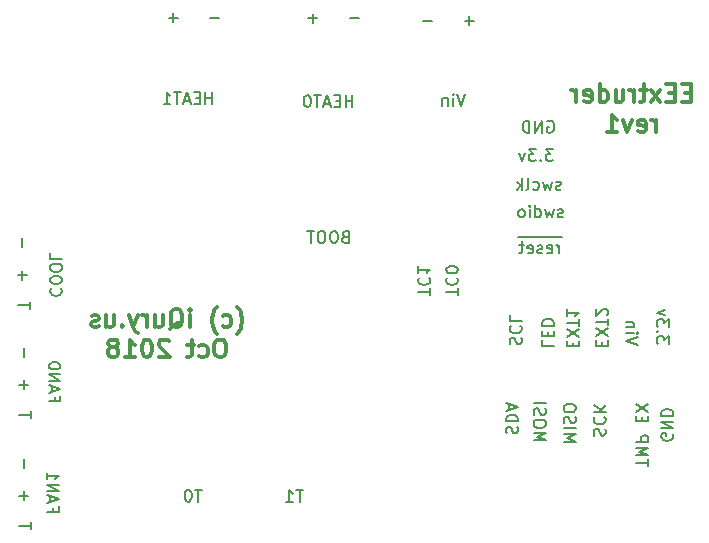
<source format=gbo>
G04 #@! TF.GenerationSoftware,KiCad,Pcbnew,6.0.0-rc1-unknown-6a5744a~66~ubuntu18.04.1*
G04 #@! TF.CreationDate,2018-10-14T16:50:05-07:00*
G04 #@! TF.ProjectId,EExtruder,4545787472756465722E6B696361645F,rev?*
G04 #@! TF.SameCoordinates,Original*
G04 #@! TF.FileFunction,Legend,Bot*
G04 #@! TF.FilePolarity,Positive*
%FSLAX46Y46*%
G04 Gerber Fmt 4.6, Leading zero omitted, Abs format (unit mm)*
G04 Created by KiCad (PCBNEW 6.0.0-rc1-unknown-6a5744a~66~ubuntu18.04.1) date Sun 14 Oct 2018 04:50:05 PM PDT*
%MOMM*%
%LPD*%
G01*
G04 APERTURE LIST*
%ADD10C,0.300000*%
%ADD11C,0.150000*%
%ADD12R,2.502000X2.502000*%
%ADD13C,2.502000*%
%ADD14O,1.802000X1.802000*%
%ADD15R,1.802000X1.802000*%
%ADD16C,3.302000*%
%ADD17O,1.829200X1.829200*%
%ADD18R,1.829200X1.829200*%
%ADD19C,1.602000*%
G04 APERTURE END LIST*
D10*
X150708571Y-111735000D02*
X150780000Y-111663571D01*
X150922857Y-111449285D01*
X150994285Y-111306428D01*
X151065714Y-111092142D01*
X151137142Y-110735000D01*
X151137142Y-110449285D01*
X151065714Y-110092142D01*
X150994285Y-109877857D01*
X150922857Y-109735000D01*
X150780000Y-109520714D01*
X150708571Y-109449285D01*
X149494285Y-111092142D02*
X149637142Y-111163571D01*
X149922857Y-111163571D01*
X150065714Y-111092142D01*
X150137142Y-111020714D01*
X150208571Y-110877857D01*
X150208571Y-110449285D01*
X150137142Y-110306428D01*
X150065714Y-110235000D01*
X149922857Y-110163571D01*
X149637142Y-110163571D01*
X149494285Y-110235000D01*
X148994285Y-111735000D02*
X148922857Y-111663571D01*
X148780000Y-111449285D01*
X148708571Y-111306428D01*
X148637142Y-111092142D01*
X148565714Y-110735000D01*
X148565714Y-110449285D01*
X148637142Y-110092142D01*
X148708571Y-109877857D01*
X148780000Y-109735000D01*
X148922857Y-109520714D01*
X148994285Y-109449285D01*
X146708571Y-111163571D02*
X146708571Y-110163571D01*
X146708571Y-109663571D02*
X146780000Y-109735000D01*
X146708571Y-109806428D01*
X146637142Y-109735000D01*
X146708571Y-109663571D01*
X146708571Y-109806428D01*
X144994285Y-111306428D02*
X145137142Y-111235000D01*
X145280000Y-111092142D01*
X145494285Y-110877857D01*
X145637142Y-110806428D01*
X145780000Y-110806428D01*
X145708571Y-111163571D02*
X145851428Y-111092142D01*
X145994285Y-110949285D01*
X146065714Y-110663571D01*
X146065714Y-110163571D01*
X145994285Y-109877857D01*
X145851428Y-109735000D01*
X145708571Y-109663571D01*
X145422857Y-109663571D01*
X145280000Y-109735000D01*
X145137142Y-109877857D01*
X145065714Y-110163571D01*
X145065714Y-110663571D01*
X145137142Y-110949285D01*
X145280000Y-111092142D01*
X145422857Y-111163571D01*
X145708571Y-111163571D01*
X143780000Y-110163571D02*
X143780000Y-111163571D01*
X144422857Y-110163571D02*
X144422857Y-110949285D01*
X144351428Y-111092142D01*
X144208571Y-111163571D01*
X143994285Y-111163571D01*
X143851428Y-111092142D01*
X143780000Y-111020714D01*
X143065714Y-111163571D02*
X143065714Y-110163571D01*
X143065714Y-110449285D02*
X142994285Y-110306428D01*
X142922857Y-110235000D01*
X142780000Y-110163571D01*
X142637142Y-110163571D01*
X142280000Y-110163571D02*
X141922857Y-111163571D01*
X141565714Y-110163571D02*
X141922857Y-111163571D01*
X142065714Y-111520714D01*
X142137142Y-111592142D01*
X142280000Y-111663571D01*
X140994285Y-111020714D02*
X140922857Y-111092142D01*
X140994285Y-111163571D01*
X141065714Y-111092142D01*
X140994285Y-111020714D01*
X140994285Y-111163571D01*
X139637142Y-110163571D02*
X139637142Y-111163571D01*
X140280000Y-110163571D02*
X140280000Y-110949285D01*
X140208571Y-111092142D01*
X140065714Y-111163571D01*
X139851428Y-111163571D01*
X139708571Y-111092142D01*
X139637142Y-111020714D01*
X138994285Y-111092142D02*
X138851428Y-111163571D01*
X138565714Y-111163571D01*
X138422857Y-111092142D01*
X138351428Y-110949285D01*
X138351428Y-110877857D01*
X138422857Y-110735000D01*
X138565714Y-110663571D01*
X138780000Y-110663571D01*
X138922857Y-110592142D01*
X138994285Y-110449285D01*
X138994285Y-110377857D01*
X138922857Y-110235000D01*
X138780000Y-110163571D01*
X138565714Y-110163571D01*
X138422857Y-110235000D01*
X149422857Y-112213571D02*
X149137142Y-112213571D01*
X148994285Y-112285000D01*
X148851428Y-112427857D01*
X148780000Y-112713571D01*
X148780000Y-113213571D01*
X148851428Y-113499285D01*
X148994285Y-113642142D01*
X149137142Y-113713571D01*
X149422857Y-113713571D01*
X149565714Y-113642142D01*
X149708571Y-113499285D01*
X149780000Y-113213571D01*
X149780000Y-112713571D01*
X149708571Y-112427857D01*
X149565714Y-112285000D01*
X149422857Y-112213571D01*
X147494285Y-113642142D02*
X147637142Y-113713571D01*
X147922857Y-113713571D01*
X148065714Y-113642142D01*
X148137142Y-113570714D01*
X148208571Y-113427857D01*
X148208571Y-112999285D01*
X148137142Y-112856428D01*
X148065714Y-112785000D01*
X147922857Y-112713571D01*
X147637142Y-112713571D01*
X147494285Y-112785000D01*
X147065714Y-112713571D02*
X146494285Y-112713571D01*
X146851428Y-112213571D02*
X146851428Y-113499285D01*
X146780000Y-113642142D01*
X146637142Y-113713571D01*
X146494285Y-113713571D01*
X144922857Y-112356428D02*
X144851428Y-112285000D01*
X144708571Y-112213571D01*
X144351428Y-112213571D01*
X144208571Y-112285000D01*
X144137142Y-112356428D01*
X144065714Y-112499285D01*
X144065714Y-112642142D01*
X144137142Y-112856428D01*
X144994285Y-113713571D01*
X144065714Y-113713571D01*
X143137142Y-112213571D02*
X142994285Y-112213571D01*
X142851428Y-112285000D01*
X142780000Y-112356428D01*
X142708571Y-112499285D01*
X142637142Y-112785000D01*
X142637142Y-113142142D01*
X142708571Y-113427857D01*
X142780000Y-113570714D01*
X142851428Y-113642142D01*
X142994285Y-113713571D01*
X143137142Y-113713571D01*
X143280000Y-113642142D01*
X143351428Y-113570714D01*
X143422857Y-113427857D01*
X143494285Y-113142142D01*
X143494285Y-112785000D01*
X143422857Y-112499285D01*
X143351428Y-112356428D01*
X143280000Y-112285000D01*
X143137142Y-112213571D01*
X141208571Y-113713571D02*
X142065714Y-113713571D01*
X141637142Y-113713571D02*
X141637142Y-112213571D01*
X141780000Y-112427857D01*
X141922857Y-112570714D01*
X142065714Y-112642142D01*
X140351428Y-112856428D02*
X140494285Y-112785000D01*
X140565714Y-112713571D01*
X140637142Y-112570714D01*
X140637142Y-112499285D01*
X140565714Y-112356428D01*
X140494285Y-112285000D01*
X140351428Y-112213571D01*
X140065714Y-112213571D01*
X139922857Y-112285000D01*
X139851428Y-112356428D01*
X139780000Y-112499285D01*
X139780000Y-112570714D01*
X139851428Y-112713571D01*
X139922857Y-112785000D01*
X140065714Y-112856428D01*
X140351428Y-112856428D01*
X140494285Y-112927857D01*
X140565714Y-112999285D01*
X140637142Y-113142142D01*
X140637142Y-113427857D01*
X140565714Y-113570714D01*
X140494285Y-113642142D01*
X140351428Y-113713571D01*
X140065714Y-113713571D01*
X139922857Y-113642142D01*
X139851428Y-113570714D01*
X139780000Y-113427857D01*
X139780000Y-113142142D01*
X139851428Y-112999285D01*
X139922857Y-112927857D01*
X140065714Y-112856428D01*
X189114285Y-91327857D02*
X188614285Y-91327857D01*
X188400000Y-92113571D02*
X189114285Y-92113571D01*
X189114285Y-90613571D01*
X188400000Y-90613571D01*
X187757142Y-91327857D02*
X187257142Y-91327857D01*
X187042857Y-92113571D02*
X187757142Y-92113571D01*
X187757142Y-90613571D01*
X187042857Y-90613571D01*
X186542857Y-92113571D02*
X185757142Y-91113571D01*
X186542857Y-91113571D02*
X185757142Y-92113571D01*
X185400000Y-91113571D02*
X184828571Y-91113571D01*
X185185714Y-90613571D02*
X185185714Y-91899285D01*
X185114285Y-92042142D01*
X184971428Y-92113571D01*
X184828571Y-92113571D01*
X184328571Y-92113571D02*
X184328571Y-91113571D01*
X184328571Y-91399285D02*
X184257142Y-91256428D01*
X184185714Y-91185000D01*
X184042857Y-91113571D01*
X183900000Y-91113571D01*
X182757142Y-91113571D02*
X182757142Y-92113571D01*
X183400000Y-91113571D02*
X183400000Y-91899285D01*
X183328571Y-92042142D01*
X183185714Y-92113571D01*
X182971428Y-92113571D01*
X182828571Y-92042142D01*
X182757142Y-91970714D01*
X181400000Y-92113571D02*
X181400000Y-90613571D01*
X181400000Y-92042142D02*
X181542857Y-92113571D01*
X181828571Y-92113571D01*
X181971428Y-92042142D01*
X182042857Y-91970714D01*
X182114285Y-91827857D01*
X182114285Y-91399285D01*
X182042857Y-91256428D01*
X181971428Y-91185000D01*
X181828571Y-91113571D01*
X181542857Y-91113571D01*
X181400000Y-91185000D01*
X180114285Y-92042142D02*
X180257142Y-92113571D01*
X180542857Y-92113571D01*
X180685714Y-92042142D01*
X180757142Y-91899285D01*
X180757142Y-91327857D01*
X180685714Y-91185000D01*
X180542857Y-91113571D01*
X180257142Y-91113571D01*
X180114285Y-91185000D01*
X180042857Y-91327857D01*
X180042857Y-91470714D01*
X180757142Y-91613571D01*
X179400000Y-92113571D02*
X179400000Y-91113571D01*
X179400000Y-91399285D02*
X179328571Y-91256428D01*
X179257142Y-91185000D01*
X179114285Y-91113571D01*
X178971428Y-91113571D01*
X186185714Y-94663571D02*
X186185714Y-93663571D01*
X186185714Y-93949285D02*
X186114285Y-93806428D01*
X186042857Y-93735000D01*
X185900000Y-93663571D01*
X185757142Y-93663571D01*
X184685714Y-94592142D02*
X184828571Y-94663571D01*
X185114285Y-94663571D01*
X185257142Y-94592142D01*
X185328571Y-94449285D01*
X185328571Y-93877857D01*
X185257142Y-93735000D01*
X185114285Y-93663571D01*
X184828571Y-93663571D01*
X184685714Y-93735000D01*
X184614285Y-93877857D01*
X184614285Y-94020714D01*
X185328571Y-94163571D01*
X184114285Y-93663571D02*
X183757142Y-94663571D01*
X183400000Y-93663571D01*
X182042857Y-94663571D02*
X182900000Y-94663571D01*
X182471428Y-94663571D02*
X182471428Y-93163571D01*
X182614285Y-93377857D01*
X182757142Y-93520714D01*
X182900000Y-93592142D01*
D11*
X169997309Y-91400380D02*
X169663976Y-92400380D01*
X169330642Y-91400380D01*
X168997309Y-92400380D02*
X168997309Y-91733714D01*
X168997309Y-91400380D02*
X169044928Y-91448000D01*
X168997309Y-91495619D01*
X168949690Y-91448000D01*
X168997309Y-91400380D01*
X168997309Y-91495619D01*
X168521119Y-91733714D02*
X168521119Y-92400380D01*
X168521119Y-91828952D02*
X168473500Y-91781333D01*
X168378261Y-91733714D01*
X168235404Y-91733714D01*
X168140166Y-91781333D01*
X168092547Y-91876571D01*
X168092547Y-92400380D01*
X160456309Y-92527380D02*
X160456309Y-91527380D01*
X160456309Y-92003571D02*
X159884880Y-92003571D01*
X159884880Y-92527380D02*
X159884880Y-91527380D01*
X159408690Y-92003571D02*
X159075357Y-92003571D01*
X158932500Y-92527380D02*
X159408690Y-92527380D01*
X159408690Y-91527380D01*
X158932500Y-91527380D01*
X158551547Y-92241666D02*
X158075357Y-92241666D01*
X158646785Y-92527380D02*
X158313452Y-91527380D01*
X157980119Y-92527380D01*
X157789642Y-91527380D02*
X157218214Y-91527380D01*
X157503928Y-92527380D02*
X157503928Y-91527380D01*
X156694404Y-91527380D02*
X156599166Y-91527380D01*
X156503928Y-91575000D01*
X156456309Y-91622619D01*
X156408690Y-91717857D01*
X156361071Y-91908333D01*
X156361071Y-92146428D01*
X156408690Y-92336904D01*
X156456309Y-92432142D01*
X156503928Y-92479761D01*
X156599166Y-92527380D01*
X156694404Y-92527380D01*
X156789642Y-92479761D01*
X156837261Y-92432142D01*
X156884880Y-92336904D01*
X156932500Y-92146428D01*
X156932500Y-91908333D01*
X156884880Y-91717857D01*
X156837261Y-91622619D01*
X156789642Y-91575000D01*
X156694404Y-91527380D01*
X148581809Y-92273380D02*
X148581809Y-91273380D01*
X148581809Y-91749571D02*
X148010380Y-91749571D01*
X148010380Y-92273380D02*
X148010380Y-91273380D01*
X147534190Y-91749571D02*
X147200857Y-91749571D01*
X147058000Y-92273380D02*
X147534190Y-92273380D01*
X147534190Y-91273380D01*
X147058000Y-91273380D01*
X146677047Y-91987666D02*
X146200857Y-91987666D01*
X146772285Y-92273380D02*
X146438952Y-91273380D01*
X146105619Y-92273380D01*
X145915142Y-91273380D02*
X145343714Y-91273380D01*
X145629428Y-92273380D02*
X145629428Y-91273380D01*
X144486571Y-92273380D02*
X145058000Y-92273380D01*
X144772285Y-92273380D02*
X144772285Y-91273380D01*
X144867523Y-91416238D01*
X144962761Y-91511476D01*
X145058000Y-91559095D01*
X176522119Y-112275857D02*
X176522119Y-112752047D01*
X177522119Y-112752047D01*
X177045928Y-111942523D02*
X177045928Y-111609190D01*
X176522119Y-111466333D02*
X176522119Y-111942523D01*
X177522119Y-111942523D01*
X177522119Y-111466333D01*
X176522119Y-111037761D02*
X177522119Y-111037761D01*
X177522119Y-110799666D01*
X177474500Y-110656809D01*
X177379261Y-110561571D01*
X177284023Y-110513952D01*
X177093547Y-110466333D01*
X176950690Y-110466333D01*
X176760214Y-110513952D01*
X176664976Y-110561571D01*
X176569738Y-110656809D01*
X176522119Y-110799666D01*
X176522119Y-111037761D01*
X179141428Y-112799619D02*
X179141428Y-112466285D01*
X178617619Y-112323428D02*
X178617619Y-112799619D01*
X179617619Y-112799619D01*
X179617619Y-112323428D01*
X179617619Y-111990095D02*
X178617619Y-111323428D01*
X179617619Y-111323428D02*
X178617619Y-111990095D01*
X179617619Y-111085333D02*
X179617619Y-110513904D01*
X178617619Y-110799619D02*
X179617619Y-110799619D01*
X178617619Y-109656761D02*
X178617619Y-110228190D01*
X178617619Y-109942476D02*
X179617619Y-109942476D01*
X179474761Y-110037714D01*
X179379523Y-110132952D01*
X179331904Y-110228190D01*
X181617928Y-112736119D02*
X181617928Y-112402785D01*
X181094119Y-112259928D02*
X181094119Y-112736119D01*
X182094119Y-112736119D01*
X182094119Y-112259928D01*
X182094119Y-111926595D02*
X181094119Y-111259928D01*
X182094119Y-111259928D02*
X181094119Y-111926595D01*
X182094119Y-111021833D02*
X182094119Y-110450404D01*
X181094119Y-110736119D02*
X182094119Y-110736119D01*
X181998880Y-110164690D02*
X182046500Y-110117071D01*
X182094119Y-110021833D01*
X182094119Y-109783738D01*
X182046500Y-109688500D01*
X181998880Y-109640880D01*
X181903642Y-109593261D01*
X181808404Y-109593261D01*
X181665547Y-109640880D01*
X181094119Y-110212309D01*
X181094119Y-109593261D01*
X184634119Y-112656809D02*
X183634119Y-112323476D01*
X184634119Y-111990142D01*
X183634119Y-111656809D02*
X184300785Y-111656809D01*
X184634119Y-111656809D02*
X184586500Y-111704428D01*
X184538880Y-111656809D01*
X184586500Y-111609190D01*
X184634119Y-111656809D01*
X184538880Y-111656809D01*
X184300785Y-111180619D02*
X183634119Y-111180619D01*
X184205547Y-111180619D02*
X184253166Y-111133000D01*
X184300785Y-111037761D01*
X184300785Y-110894904D01*
X184253166Y-110799666D01*
X184157928Y-110752047D01*
X183634119Y-110752047D01*
X187237619Y-112553571D02*
X187237619Y-111934523D01*
X186856666Y-112267857D01*
X186856666Y-112125000D01*
X186809047Y-112029761D01*
X186761428Y-111982142D01*
X186666190Y-111934523D01*
X186428095Y-111934523D01*
X186332857Y-111982142D01*
X186285238Y-112029761D01*
X186237619Y-112125000D01*
X186237619Y-112410714D01*
X186285238Y-112505952D01*
X186332857Y-112553571D01*
X186332857Y-111505952D02*
X186285238Y-111458333D01*
X186237619Y-111505952D01*
X186285238Y-111553571D01*
X186332857Y-111505952D01*
X186237619Y-111505952D01*
X187237619Y-111125000D02*
X187237619Y-110505952D01*
X186856666Y-110839285D01*
X186856666Y-110696428D01*
X186809047Y-110601190D01*
X186761428Y-110553571D01*
X186666190Y-110505952D01*
X186428095Y-110505952D01*
X186332857Y-110553571D01*
X186285238Y-110601190D01*
X186237619Y-110696428D01*
X186237619Y-110982142D01*
X186285238Y-111077380D01*
X186332857Y-111125000D01*
X186904285Y-110172619D02*
X186237619Y-109934523D01*
X186904285Y-109696428D01*
X187571000Y-120205404D02*
X187618619Y-120300642D01*
X187618619Y-120443500D01*
X187571000Y-120586357D01*
X187475761Y-120681595D01*
X187380523Y-120729214D01*
X187190047Y-120776833D01*
X187047190Y-120776833D01*
X186856714Y-120729214D01*
X186761476Y-120681595D01*
X186666238Y-120586357D01*
X186618619Y-120443500D01*
X186618619Y-120348261D01*
X186666238Y-120205404D01*
X186713857Y-120157785D01*
X187047190Y-120157785D01*
X187047190Y-120348261D01*
X186618619Y-119729214D02*
X187618619Y-119729214D01*
X186618619Y-119157785D01*
X187618619Y-119157785D01*
X186618619Y-118681595D02*
X187618619Y-118681595D01*
X187618619Y-118443500D01*
X187571000Y-118300642D01*
X187475761Y-118205404D01*
X187380523Y-118157785D01*
X187190047Y-118110166D01*
X187047190Y-118110166D01*
X186856714Y-118157785D01*
X186761476Y-118205404D01*
X186666238Y-118300642D01*
X186618619Y-118443500D01*
X186618619Y-118681595D01*
X185459619Y-122935666D02*
X185459619Y-122364238D01*
X184459619Y-122649952D02*
X185459619Y-122649952D01*
X184459619Y-122030904D02*
X185459619Y-122030904D01*
X184745333Y-121697571D01*
X185459619Y-121364238D01*
X184459619Y-121364238D01*
X184459619Y-120888047D02*
X185459619Y-120888047D01*
X185459619Y-120507095D01*
X185412000Y-120411857D01*
X185364380Y-120364238D01*
X185269142Y-120316619D01*
X185126285Y-120316619D01*
X185031047Y-120364238D01*
X184983428Y-120411857D01*
X184935809Y-120507095D01*
X184935809Y-120888047D01*
X184983428Y-119126142D02*
X184983428Y-118792809D01*
X184459619Y-118649952D02*
X184459619Y-119126142D01*
X185459619Y-119126142D01*
X185459619Y-118649952D01*
X185459619Y-118316619D02*
X184459619Y-117649952D01*
X185459619Y-117649952D02*
X184459619Y-118316619D01*
X180951238Y-120348214D02*
X180903619Y-120205357D01*
X180903619Y-119967261D01*
X180951238Y-119872023D01*
X180998857Y-119824404D01*
X181094095Y-119776785D01*
X181189333Y-119776785D01*
X181284571Y-119824404D01*
X181332190Y-119872023D01*
X181379809Y-119967261D01*
X181427428Y-120157738D01*
X181475047Y-120252976D01*
X181522666Y-120300595D01*
X181617904Y-120348214D01*
X181713142Y-120348214D01*
X181808380Y-120300595D01*
X181856000Y-120252976D01*
X181903619Y-120157738D01*
X181903619Y-119919642D01*
X181856000Y-119776785D01*
X180998857Y-118776785D02*
X180951238Y-118824404D01*
X180903619Y-118967261D01*
X180903619Y-119062500D01*
X180951238Y-119205357D01*
X181046476Y-119300595D01*
X181141714Y-119348214D01*
X181332190Y-119395833D01*
X181475047Y-119395833D01*
X181665523Y-119348214D01*
X181760761Y-119300595D01*
X181856000Y-119205357D01*
X181903619Y-119062500D01*
X181903619Y-118967261D01*
X181856000Y-118824404D01*
X181808380Y-118776785D01*
X180903619Y-118348214D02*
X181903619Y-118348214D01*
X180903619Y-117776785D02*
X181475047Y-118205357D01*
X181903619Y-117776785D02*
X181332190Y-118348214D01*
X178363619Y-120887928D02*
X179363619Y-120887928D01*
X178649333Y-120554595D01*
X179363619Y-120221261D01*
X178363619Y-120221261D01*
X178363619Y-119745071D02*
X179363619Y-119745071D01*
X178411238Y-119316500D02*
X178363619Y-119173642D01*
X178363619Y-118935547D01*
X178411238Y-118840309D01*
X178458857Y-118792690D01*
X178554095Y-118745071D01*
X178649333Y-118745071D01*
X178744571Y-118792690D01*
X178792190Y-118840309D01*
X178839809Y-118935547D01*
X178887428Y-119126023D01*
X178935047Y-119221261D01*
X178982666Y-119268880D01*
X179077904Y-119316500D01*
X179173142Y-119316500D01*
X179268380Y-119268880D01*
X179316000Y-119221261D01*
X179363619Y-119126023D01*
X179363619Y-118887928D01*
X179316000Y-118745071D01*
X179363619Y-118126023D02*
X179363619Y-117935547D01*
X179316000Y-117840309D01*
X179220761Y-117745071D01*
X179030285Y-117697452D01*
X178696952Y-117697452D01*
X178506476Y-117745071D01*
X178411238Y-117840309D01*
X178363619Y-117935547D01*
X178363619Y-118126023D01*
X178411238Y-118221261D01*
X178506476Y-118316500D01*
X178696952Y-118364119D01*
X179030285Y-118364119D01*
X179220761Y-118316500D01*
X179316000Y-118221261D01*
X179363619Y-118126023D01*
X175823619Y-120760928D02*
X176823619Y-120760928D01*
X176109333Y-120427595D01*
X176823619Y-120094261D01*
X175823619Y-120094261D01*
X176823619Y-119427595D02*
X176823619Y-119237119D01*
X176776000Y-119141880D01*
X176680761Y-119046642D01*
X176490285Y-118999023D01*
X176156952Y-118999023D01*
X175966476Y-119046642D01*
X175871238Y-119141880D01*
X175823619Y-119237119D01*
X175823619Y-119427595D01*
X175871238Y-119522833D01*
X175966476Y-119618071D01*
X176156952Y-119665690D01*
X176490285Y-119665690D01*
X176680761Y-119618071D01*
X176776000Y-119522833D01*
X176823619Y-119427595D01*
X175871238Y-118618071D02*
X175823619Y-118475214D01*
X175823619Y-118237119D01*
X175871238Y-118141880D01*
X175918857Y-118094261D01*
X176014095Y-118046642D01*
X176109333Y-118046642D01*
X176204571Y-118094261D01*
X176252190Y-118141880D01*
X176299809Y-118237119D01*
X176347428Y-118427595D01*
X176395047Y-118522833D01*
X176442666Y-118570452D01*
X176537904Y-118618071D01*
X176633142Y-118618071D01*
X176728380Y-118570452D01*
X176776000Y-118522833D01*
X176823619Y-118427595D01*
X176823619Y-118189500D01*
X176776000Y-118046642D01*
X175823619Y-117618071D02*
X176823619Y-117618071D01*
X173521738Y-120149785D02*
X173474119Y-120006928D01*
X173474119Y-119768833D01*
X173521738Y-119673595D01*
X173569357Y-119625976D01*
X173664595Y-119578357D01*
X173759833Y-119578357D01*
X173855071Y-119625976D01*
X173902690Y-119673595D01*
X173950309Y-119768833D01*
X173997928Y-119959309D01*
X174045547Y-120054547D01*
X174093166Y-120102166D01*
X174188404Y-120149785D01*
X174283642Y-120149785D01*
X174378880Y-120102166D01*
X174426500Y-120054547D01*
X174474119Y-119959309D01*
X174474119Y-119721214D01*
X174426500Y-119578357D01*
X173474119Y-119149785D02*
X174474119Y-119149785D01*
X174474119Y-118911690D01*
X174426500Y-118768833D01*
X174331261Y-118673595D01*
X174236023Y-118625976D01*
X174045547Y-118578357D01*
X173902690Y-118578357D01*
X173712214Y-118625976D01*
X173616976Y-118673595D01*
X173521738Y-118768833D01*
X173474119Y-118911690D01*
X173474119Y-119149785D01*
X173759833Y-118197404D02*
X173759833Y-117721214D01*
X173474119Y-118292642D02*
X174474119Y-117959309D01*
X173474119Y-117625976D01*
X173839238Y-112632976D02*
X173791619Y-112490119D01*
X173791619Y-112252023D01*
X173839238Y-112156785D01*
X173886857Y-112109166D01*
X173982095Y-112061547D01*
X174077333Y-112061547D01*
X174172571Y-112109166D01*
X174220190Y-112156785D01*
X174267809Y-112252023D01*
X174315428Y-112442500D01*
X174363047Y-112537738D01*
X174410666Y-112585357D01*
X174505904Y-112632976D01*
X174601142Y-112632976D01*
X174696380Y-112585357D01*
X174744000Y-112537738D01*
X174791619Y-112442500D01*
X174791619Y-112204404D01*
X174744000Y-112061547D01*
X173886857Y-111061547D02*
X173839238Y-111109166D01*
X173791619Y-111252023D01*
X173791619Y-111347261D01*
X173839238Y-111490119D01*
X173934476Y-111585357D01*
X174029714Y-111632976D01*
X174220190Y-111680595D01*
X174363047Y-111680595D01*
X174553523Y-111632976D01*
X174648761Y-111585357D01*
X174744000Y-111490119D01*
X174791619Y-111347261D01*
X174791619Y-111252023D01*
X174744000Y-111109166D01*
X174696380Y-111061547D01*
X173791619Y-110156785D02*
X173791619Y-110632976D01*
X174791619Y-110632976D01*
X159853142Y-103497071D02*
X159710285Y-103544690D01*
X159662666Y-103592309D01*
X159615047Y-103687547D01*
X159615047Y-103830404D01*
X159662666Y-103925642D01*
X159710285Y-103973261D01*
X159805523Y-104020880D01*
X160186476Y-104020880D01*
X160186476Y-103020880D01*
X159853142Y-103020880D01*
X159757904Y-103068500D01*
X159710285Y-103116119D01*
X159662666Y-103211357D01*
X159662666Y-103306595D01*
X159710285Y-103401833D01*
X159757904Y-103449452D01*
X159853142Y-103497071D01*
X160186476Y-103497071D01*
X158996000Y-103020880D02*
X158805523Y-103020880D01*
X158710285Y-103068500D01*
X158615047Y-103163738D01*
X158567428Y-103354214D01*
X158567428Y-103687547D01*
X158615047Y-103878023D01*
X158710285Y-103973261D01*
X158805523Y-104020880D01*
X158996000Y-104020880D01*
X159091238Y-103973261D01*
X159186476Y-103878023D01*
X159234095Y-103687547D01*
X159234095Y-103354214D01*
X159186476Y-103163738D01*
X159091238Y-103068500D01*
X158996000Y-103020880D01*
X157948380Y-103020880D02*
X157757904Y-103020880D01*
X157662666Y-103068500D01*
X157567428Y-103163738D01*
X157519809Y-103354214D01*
X157519809Y-103687547D01*
X157567428Y-103878023D01*
X157662666Y-103973261D01*
X157757904Y-104020880D01*
X157948380Y-104020880D01*
X158043619Y-103973261D01*
X158138857Y-103878023D01*
X158186476Y-103687547D01*
X158186476Y-103354214D01*
X158138857Y-103163738D01*
X158043619Y-103068500D01*
X157948380Y-103020880D01*
X157234095Y-103020880D02*
X156662666Y-103020880D01*
X156948380Y-104020880D02*
X156948380Y-103020880D01*
X176974404Y-93734000D02*
X177069642Y-93686380D01*
X177212500Y-93686380D01*
X177355357Y-93734000D01*
X177450595Y-93829238D01*
X177498214Y-93924476D01*
X177545833Y-94114952D01*
X177545833Y-94257809D01*
X177498214Y-94448285D01*
X177450595Y-94543523D01*
X177355357Y-94638761D01*
X177212500Y-94686380D01*
X177117261Y-94686380D01*
X176974404Y-94638761D01*
X176926785Y-94591142D01*
X176926785Y-94257809D01*
X177117261Y-94257809D01*
X176498214Y-94686380D02*
X176498214Y-93686380D01*
X175926785Y-94686380D01*
X175926785Y-93686380D01*
X175450595Y-94686380D02*
X175450595Y-93686380D01*
X175212500Y-93686380D01*
X175069642Y-93734000D01*
X174974404Y-93829238D01*
X174926785Y-93924476D01*
X174879166Y-94114952D01*
X174879166Y-94257809D01*
X174926785Y-94448285D01*
X174974404Y-94543523D01*
X175069642Y-94638761D01*
X175212500Y-94686380D01*
X175450595Y-94686380D01*
X177450571Y-96099380D02*
X176831523Y-96099380D01*
X177164857Y-96480333D01*
X177022000Y-96480333D01*
X176926761Y-96527952D01*
X176879142Y-96575571D01*
X176831523Y-96670809D01*
X176831523Y-96908904D01*
X176879142Y-97004142D01*
X176926761Y-97051761D01*
X177022000Y-97099380D01*
X177307714Y-97099380D01*
X177402952Y-97051761D01*
X177450571Y-97004142D01*
X176402952Y-97004142D02*
X176355333Y-97051761D01*
X176402952Y-97099380D01*
X176450571Y-97051761D01*
X176402952Y-97004142D01*
X176402952Y-97099380D01*
X176022000Y-96099380D02*
X175402952Y-96099380D01*
X175736285Y-96480333D01*
X175593428Y-96480333D01*
X175498190Y-96527952D01*
X175450571Y-96575571D01*
X175402952Y-96670809D01*
X175402952Y-96908904D01*
X175450571Y-97004142D01*
X175498190Y-97051761D01*
X175593428Y-97099380D01*
X175879142Y-97099380D01*
X175974380Y-97051761D01*
X176022000Y-97004142D01*
X175069619Y-96432714D02*
X174831523Y-97099380D01*
X174593428Y-96432714D01*
X178109333Y-99464761D02*
X178014095Y-99512380D01*
X177823619Y-99512380D01*
X177728380Y-99464761D01*
X177680761Y-99369523D01*
X177680761Y-99321904D01*
X177728380Y-99226666D01*
X177823619Y-99179047D01*
X177966476Y-99179047D01*
X178061714Y-99131428D01*
X178109333Y-99036190D01*
X178109333Y-98988571D01*
X178061714Y-98893333D01*
X177966476Y-98845714D01*
X177823619Y-98845714D01*
X177728380Y-98893333D01*
X177347428Y-98845714D02*
X177156952Y-99512380D01*
X176966476Y-99036190D01*
X176776000Y-99512380D01*
X176585523Y-98845714D01*
X175776000Y-99464761D02*
X175871238Y-99512380D01*
X176061714Y-99512380D01*
X176156952Y-99464761D01*
X176204571Y-99417142D01*
X176252190Y-99321904D01*
X176252190Y-99036190D01*
X176204571Y-98940952D01*
X176156952Y-98893333D01*
X176061714Y-98845714D01*
X175871238Y-98845714D01*
X175776000Y-98893333D01*
X175204571Y-99512380D02*
X175299809Y-99464761D01*
X175347428Y-99369523D01*
X175347428Y-98512380D01*
X174823619Y-99512380D02*
X174823619Y-98512380D01*
X174728380Y-99131428D02*
X174442666Y-99512380D01*
X174442666Y-98845714D02*
X174823619Y-99226666D01*
X178283952Y-101814261D02*
X178188714Y-101861880D01*
X177998238Y-101861880D01*
X177903000Y-101814261D01*
X177855380Y-101719023D01*
X177855380Y-101671404D01*
X177903000Y-101576166D01*
X177998238Y-101528547D01*
X178141095Y-101528547D01*
X178236333Y-101480928D01*
X178283952Y-101385690D01*
X178283952Y-101338071D01*
X178236333Y-101242833D01*
X178141095Y-101195214D01*
X177998238Y-101195214D01*
X177903000Y-101242833D01*
X177522047Y-101195214D02*
X177331571Y-101861880D01*
X177141095Y-101385690D01*
X176950619Y-101861880D01*
X176760142Y-101195214D01*
X175950619Y-101861880D02*
X175950619Y-100861880D01*
X175950619Y-101814261D02*
X176045857Y-101861880D01*
X176236333Y-101861880D01*
X176331571Y-101814261D01*
X176379190Y-101766642D01*
X176426809Y-101671404D01*
X176426809Y-101385690D01*
X176379190Y-101290452D01*
X176331571Y-101242833D01*
X176236333Y-101195214D01*
X176045857Y-101195214D01*
X175950619Y-101242833D01*
X175474428Y-101861880D02*
X175474428Y-101195214D01*
X175474428Y-100861880D02*
X175522047Y-100909500D01*
X175474428Y-100957119D01*
X175426809Y-100909500D01*
X175474428Y-100861880D01*
X175474428Y-100957119D01*
X174855380Y-101861880D02*
X174950619Y-101814261D01*
X174998238Y-101766642D01*
X175045857Y-101671404D01*
X175045857Y-101385690D01*
X174998238Y-101290452D01*
X174950619Y-101242833D01*
X174855380Y-101195214D01*
X174712523Y-101195214D01*
X174617285Y-101242833D01*
X174569666Y-101290452D01*
X174522047Y-101385690D01*
X174522047Y-101671404D01*
X174569666Y-101766642D01*
X174617285Y-101814261D01*
X174712523Y-101861880D01*
X174855380Y-101861880D01*
X178196642Y-103542500D02*
X177577595Y-103542500D01*
X177958547Y-104909880D02*
X177958547Y-104243214D01*
X177958547Y-104433690D02*
X177910928Y-104338452D01*
X177863309Y-104290833D01*
X177768071Y-104243214D01*
X177672833Y-104243214D01*
X177577595Y-103542500D02*
X176720452Y-103542500D01*
X176958547Y-104862261D02*
X177053785Y-104909880D01*
X177244261Y-104909880D01*
X177339500Y-104862261D01*
X177387119Y-104767023D01*
X177387119Y-104386071D01*
X177339500Y-104290833D01*
X177244261Y-104243214D01*
X177053785Y-104243214D01*
X176958547Y-104290833D01*
X176910928Y-104386071D01*
X176910928Y-104481309D01*
X177387119Y-104576547D01*
X176720452Y-103542500D02*
X175910928Y-103542500D01*
X176529976Y-104862261D02*
X176434738Y-104909880D01*
X176244261Y-104909880D01*
X176149023Y-104862261D01*
X176101404Y-104767023D01*
X176101404Y-104719404D01*
X176149023Y-104624166D01*
X176244261Y-104576547D01*
X176387119Y-104576547D01*
X176482357Y-104528928D01*
X176529976Y-104433690D01*
X176529976Y-104386071D01*
X176482357Y-104290833D01*
X176387119Y-104243214D01*
X176244261Y-104243214D01*
X176149023Y-104290833D01*
X175910928Y-103542500D02*
X175053785Y-103542500D01*
X175291880Y-104862261D02*
X175387119Y-104909880D01*
X175577595Y-104909880D01*
X175672833Y-104862261D01*
X175720452Y-104767023D01*
X175720452Y-104386071D01*
X175672833Y-104290833D01*
X175577595Y-104243214D01*
X175387119Y-104243214D01*
X175291880Y-104290833D01*
X175244261Y-104386071D01*
X175244261Y-104481309D01*
X175720452Y-104576547D01*
X175053785Y-103542500D02*
X174482357Y-103542500D01*
X174958547Y-104243214D02*
X174577595Y-104243214D01*
X174815690Y-103909880D02*
X174815690Y-104767023D01*
X174768071Y-104862261D01*
X174672833Y-104909880D01*
X174577595Y-104909880D01*
X169394119Y-108449904D02*
X169394119Y-107878476D01*
X168394119Y-108164190D02*
X169394119Y-108164190D01*
X168489357Y-106973714D02*
X168441738Y-107021333D01*
X168394119Y-107164190D01*
X168394119Y-107259428D01*
X168441738Y-107402285D01*
X168536976Y-107497523D01*
X168632214Y-107545142D01*
X168822690Y-107592761D01*
X168965547Y-107592761D01*
X169156023Y-107545142D01*
X169251261Y-107497523D01*
X169346500Y-107402285D01*
X169394119Y-107259428D01*
X169394119Y-107164190D01*
X169346500Y-107021333D01*
X169298880Y-106973714D01*
X169394119Y-106354666D02*
X169394119Y-106259428D01*
X169346500Y-106164190D01*
X169298880Y-106116571D01*
X169203642Y-106068952D01*
X169013166Y-106021333D01*
X168775071Y-106021333D01*
X168584595Y-106068952D01*
X168489357Y-106116571D01*
X168441738Y-106164190D01*
X168394119Y-106259428D01*
X168394119Y-106354666D01*
X168441738Y-106449904D01*
X168489357Y-106497523D01*
X168584595Y-106545142D01*
X168775071Y-106592761D01*
X169013166Y-106592761D01*
X169203642Y-106545142D01*
X169298880Y-106497523D01*
X169346500Y-106449904D01*
X169394119Y-106354666D01*
X167044619Y-108449904D02*
X167044619Y-107878476D01*
X166044619Y-108164190D02*
X167044619Y-108164190D01*
X166139857Y-106973714D02*
X166092238Y-107021333D01*
X166044619Y-107164190D01*
X166044619Y-107259428D01*
X166092238Y-107402285D01*
X166187476Y-107497523D01*
X166282714Y-107545142D01*
X166473190Y-107592761D01*
X166616047Y-107592761D01*
X166806523Y-107545142D01*
X166901761Y-107497523D01*
X166997000Y-107402285D01*
X167044619Y-107259428D01*
X167044619Y-107164190D01*
X166997000Y-107021333D01*
X166949380Y-106973714D01*
X166044619Y-106021333D02*
X166044619Y-106592761D01*
X166044619Y-106307047D02*
X167044619Y-106307047D01*
X166901761Y-106402285D01*
X166806523Y-106497523D01*
X166758904Y-106592761D01*
X156273404Y-124991880D02*
X155701976Y-124991880D01*
X155987690Y-125991880D02*
X155987690Y-124991880D01*
X154844833Y-125991880D02*
X155416261Y-125991880D01*
X155130547Y-125991880D02*
X155130547Y-124991880D01*
X155225785Y-125134738D01*
X155321023Y-125229976D01*
X155416261Y-125277595D01*
X147700904Y-124928380D02*
X147129476Y-124928380D01*
X147415190Y-125928380D02*
X147415190Y-124928380D01*
X146605666Y-124928380D02*
X146510428Y-124928380D01*
X146415190Y-124976000D01*
X146367571Y-125023619D01*
X146319952Y-125118857D01*
X146272333Y-125309333D01*
X146272333Y-125547428D01*
X146319952Y-125737904D01*
X146367571Y-125833142D01*
X146415190Y-125880761D01*
X146510428Y-125928380D01*
X146605666Y-125928380D01*
X146700904Y-125880761D01*
X146748523Y-125833142D01*
X146796142Y-125737904D01*
X146843761Y-125547428D01*
X146843761Y-125309333D01*
X146796142Y-125118857D01*
X146748523Y-125023619D01*
X146700904Y-124976000D01*
X146605666Y-124928380D01*
X133262619Y-128269619D02*
X133262619Y-127698190D01*
X132262619Y-127983904D02*
X133262619Y-127983904D01*
X132643571Y-125841047D02*
X132643571Y-125079142D01*
X132262619Y-125460095D02*
X133024523Y-125460095D01*
X132643571Y-123079142D02*
X132643571Y-122317238D01*
X133262619Y-118871619D02*
X133262619Y-118300190D01*
X132262619Y-118585904D02*
X133262619Y-118585904D01*
X132643571Y-116443047D02*
X132643571Y-115681142D01*
X132262619Y-116062095D02*
X133024523Y-116062095D01*
X132643571Y-113681142D02*
X132643571Y-112919238D01*
X133135619Y-109600619D02*
X133135619Y-109029190D01*
X132135619Y-109314904D02*
X133135619Y-109314904D01*
X132516571Y-107172047D02*
X132516571Y-106410142D01*
X132135619Y-106791095D02*
X132897523Y-106791095D01*
X132516571Y-104410142D02*
X132516571Y-103648238D01*
X134961357Y-107886357D02*
X134913738Y-107933976D01*
X134866119Y-108076833D01*
X134866119Y-108172071D01*
X134913738Y-108314928D01*
X135008976Y-108410166D01*
X135104214Y-108457785D01*
X135294690Y-108505404D01*
X135437547Y-108505404D01*
X135628023Y-108457785D01*
X135723261Y-108410166D01*
X135818500Y-108314928D01*
X135866119Y-108172071D01*
X135866119Y-108076833D01*
X135818500Y-107933976D01*
X135770880Y-107886357D01*
X135866119Y-107267309D02*
X135866119Y-107076833D01*
X135818500Y-106981595D01*
X135723261Y-106886357D01*
X135532785Y-106838738D01*
X135199452Y-106838738D01*
X135008976Y-106886357D01*
X134913738Y-106981595D01*
X134866119Y-107076833D01*
X134866119Y-107267309D01*
X134913738Y-107362547D01*
X135008976Y-107457785D01*
X135199452Y-107505404D01*
X135532785Y-107505404D01*
X135723261Y-107457785D01*
X135818500Y-107362547D01*
X135866119Y-107267309D01*
X135866119Y-106219690D02*
X135866119Y-106029214D01*
X135818500Y-105933976D01*
X135723261Y-105838738D01*
X135532785Y-105791119D01*
X135199452Y-105791119D01*
X135008976Y-105838738D01*
X134913738Y-105933976D01*
X134866119Y-106029214D01*
X134866119Y-106219690D01*
X134913738Y-106314928D01*
X135008976Y-106410166D01*
X135199452Y-106457785D01*
X135532785Y-106457785D01*
X135723261Y-106410166D01*
X135818500Y-106314928D01*
X135866119Y-106219690D01*
X134866119Y-104886357D02*
X134866119Y-105362547D01*
X135866119Y-105362547D01*
X135135928Y-126444214D02*
X135135928Y-126777547D01*
X134612119Y-126777547D02*
X135612119Y-126777547D01*
X135612119Y-126301357D01*
X134897833Y-125968023D02*
X134897833Y-125491833D01*
X134612119Y-126063261D02*
X135612119Y-125729928D01*
X134612119Y-125396595D01*
X134612119Y-125063261D02*
X135612119Y-125063261D01*
X134612119Y-124491833D01*
X135612119Y-124491833D01*
X134612119Y-123491833D02*
X134612119Y-124063261D01*
X134612119Y-123777547D02*
X135612119Y-123777547D01*
X135469261Y-123872785D01*
X135374023Y-123968023D01*
X135326404Y-124063261D01*
X135262928Y-117109714D02*
X135262928Y-117443047D01*
X134739119Y-117443047D02*
X135739119Y-117443047D01*
X135739119Y-116966857D01*
X135024833Y-116633523D02*
X135024833Y-116157333D01*
X134739119Y-116728761D02*
X135739119Y-116395428D01*
X134739119Y-116062095D01*
X134739119Y-115728761D02*
X135739119Y-115728761D01*
X134739119Y-115157333D01*
X135739119Y-115157333D01*
X135739119Y-114490666D02*
X135739119Y-114395428D01*
X135691500Y-114300190D01*
X135643880Y-114252571D01*
X135548642Y-114204952D01*
X135358166Y-114157333D01*
X135120071Y-114157333D01*
X134929595Y-114204952D01*
X134834357Y-114252571D01*
X134786738Y-114300190D01*
X134739119Y-114395428D01*
X134739119Y-114490666D01*
X134786738Y-114585904D01*
X134834357Y-114633523D01*
X134929595Y-114681142D01*
X135120071Y-114728761D01*
X135358166Y-114728761D01*
X135548642Y-114681142D01*
X135643880Y-114633523D01*
X135691500Y-114585904D01*
X135739119Y-114490666D01*
X149208857Y-84970928D02*
X148446952Y-84970928D01*
X145685047Y-84970928D02*
X144923142Y-84970928D01*
X145304095Y-85351880D02*
X145304095Y-84589976D01*
X156734142Y-85018571D02*
X157496047Y-85018571D01*
X157115095Y-84637619D02*
X157115095Y-85399523D01*
X160257952Y-85018571D02*
X161019857Y-85018571D01*
X166449642Y-85209071D02*
X167211547Y-85209071D01*
X169973452Y-85209071D02*
X170735357Y-85209071D01*
X170354404Y-84828119D02*
X170354404Y-85590023D01*
%LPC*%
D12*
G04 #@! TO.C,J4*
X148653500Y-88328500D03*
D13*
X145153500Y-88328500D03*
G04 #@! TD*
D12*
G04 #@! TO.C,J3*
X160281500Y-88328500D03*
D13*
X156781500Y-88328500D03*
G04 #@! TD*
D12*
G04 #@! TO.C,J1*
X170505000Y-88328500D03*
D13*
X167005000Y-88328500D03*
G04 #@! TD*
D14*
G04 #@! TO.C,TC1*
X165735000Y-104140000D03*
X165735000Y-101600000D03*
X165735000Y-99060000D03*
X165735000Y-96520000D03*
D15*
X165735000Y-93980000D03*
G04 #@! TD*
D14*
G04 #@! TO.C,TC0*
X169354000Y-104140000D03*
X169354000Y-101600000D03*
X169354000Y-99060000D03*
X169354000Y-96520000D03*
D15*
X169354000Y-93980000D03*
G04 #@! TD*
D14*
G04 #@! TO.C,SWD1*
X172910000Y-104140000D03*
X172910000Y-101600000D03*
X172910000Y-99060000D03*
X172910000Y-96520000D03*
D15*
X172910000Y-93980000D03*
G04 #@! TD*
D16*
G04 #@! TO.C,H2*
X188785500Y-126682500D03*
G04 #@! TD*
G04 #@! TO.C,H1*
X142367000Y-122047000D03*
G04 #@! TD*
D17*
G04 #@! TO.C,LCD1*
X186500000Y-113982000D03*
X186500000Y-116522000D03*
X183960000Y-113982000D03*
X183960000Y-116522000D03*
X181420000Y-113982000D03*
X181420000Y-116522000D03*
X178880000Y-113982000D03*
X178880000Y-116522000D03*
X176340000Y-113982000D03*
X176340000Y-116522000D03*
X173800000Y-113982000D03*
D18*
X173800000Y-116522000D03*
G04 #@! TD*
D19*
G04 #@! TO.C,J2*
X134176000Y-94554000D03*
X134176000Y-87554000D03*
G04 #@! TD*
D14*
G04 #@! TO.C,PWM_PWR1*
X161544000Y-128143000D03*
X161544000Y-125603000D03*
D15*
X161544000Y-123063000D03*
G04 #@! TD*
D14*
G04 #@! TO.C,PWM5*
X179642000Y-128143000D03*
X179642000Y-125603000D03*
D15*
X179642000Y-123063000D03*
G04 #@! TD*
D14*
G04 #@! TO.C,PWM4*
X176022000Y-128143000D03*
X176022000Y-125603000D03*
D15*
X176022000Y-123063000D03*
G04 #@! TD*
D14*
G04 #@! TO.C,PWM3*
X172402000Y-128143000D03*
X172402000Y-125603000D03*
D15*
X172402000Y-123063000D03*
G04 #@! TD*
D14*
G04 #@! TO.C,PWM2*
X168783000Y-128143000D03*
X168783000Y-125603000D03*
D15*
X168783000Y-123063000D03*
G04 #@! TD*
D14*
G04 #@! TO.C,PWM1*
X165164000Y-128143000D03*
X165164000Y-125603000D03*
D15*
X165164000Y-123063000D03*
G04 #@! TD*
D14*
G04 #@! TO.C,JP1*
X162306000Y-104394000D03*
D15*
X162306000Y-101854000D03*
G04 #@! TD*
D14*
G04 #@! TO.C,J11*
X183388000Y-123063000D03*
X183388000Y-125603000D03*
D15*
X183388000Y-128143000D03*
G04 #@! TD*
D14*
G04 #@! TO.C,J9*
X130568000Y-109261000D03*
X130568000Y-106721000D03*
D15*
X130568000Y-104181000D03*
G04 #@! TD*
D14*
G04 #@! TO.C,J8*
X130607000Y-127656000D03*
X130607000Y-125116000D03*
D15*
X130607000Y-122576000D03*
G04 #@! TD*
D14*
G04 #@! TO.C,J7*
X130580000Y-118468000D03*
X130580000Y-115928000D03*
D15*
X130580000Y-113388000D03*
G04 #@! TD*
D14*
G04 #@! TO.C,J6*
X156759000Y-128143000D03*
D15*
X154219000Y-128143000D03*
G04 #@! TD*
D14*
G04 #@! TO.C,J5*
X148182000Y-128156000D03*
D15*
X145642000Y-128156000D03*
G04 #@! TD*
M02*

</source>
